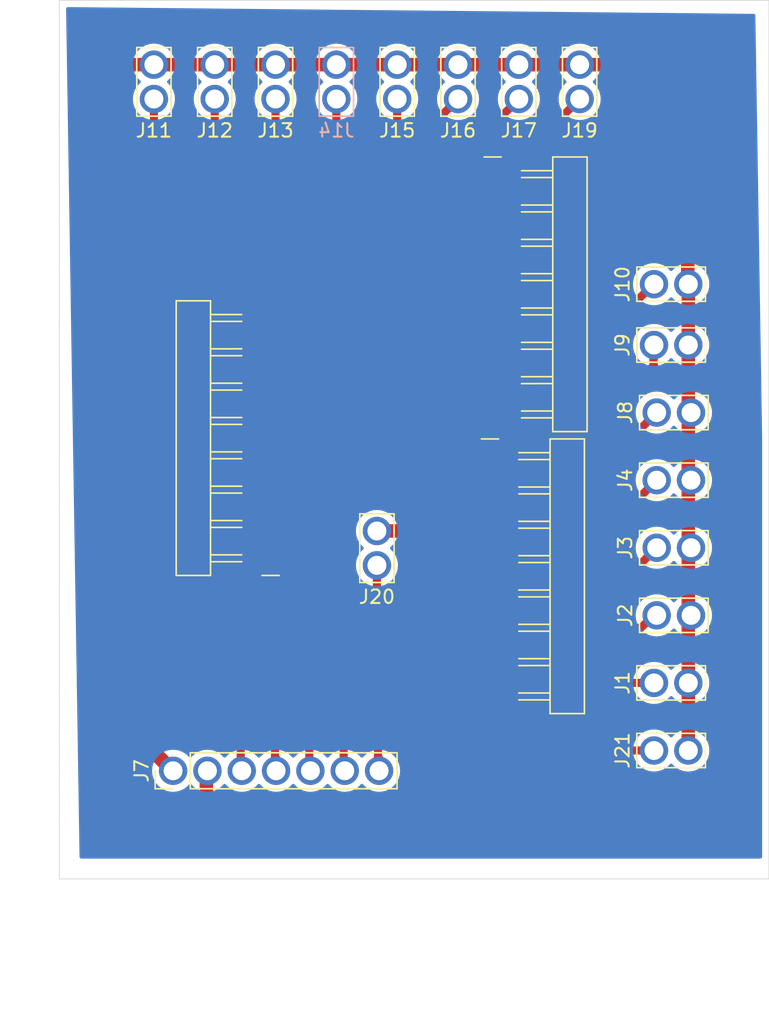
<source format=kicad_pcb>
(kicad_pcb
	(version 20240108)
	(generator "pcbnew")
	(generator_version "8.0")
	(general
		(thickness 1.6)
		(legacy_teardrops no)
	)
	(paper "A4")
	(layers
		(0 "F.Cu" signal)
		(31 "B.Cu" signal)
		(32 "B.Adhes" user "B.Adhesive")
		(33 "F.Adhes" user "F.Adhesive")
		(34 "B.Paste" user)
		(35 "F.Paste" user)
		(36 "B.SilkS" user "B.Silkscreen")
		(37 "F.SilkS" user "F.Silkscreen")
		(38 "B.Mask" user)
		(39 "F.Mask" user)
		(40 "Dwgs.User" user "User.Drawings")
		(41 "Cmts.User" user "User.Comments")
		(42 "Eco1.User" user "User.Eco1")
		(43 "Eco2.User" user "User.Eco2")
		(44 "Edge.Cuts" user)
		(45 "Margin" user)
		(46 "B.CrtYd" user "B.Courtyard")
		(47 "F.CrtYd" user "F.Courtyard")
		(48 "B.Fab" user)
		(49 "F.Fab" user)
		(50 "User.1" user)
		(51 "User.2" user)
		(52 "User.3" user)
		(53 "User.4" user)
		(54 "User.5" user)
		(55 "User.6" user)
		(56 "User.7" user)
		(57 "User.8" user)
		(58 "User.9" user)
	)
	(setup
		(pad_to_mask_clearance 0)
		(allow_soldermask_bridges_in_footprints no)
		(pcbplotparams
			(layerselection 0x00010fc_ffffffff)
			(plot_on_all_layers_selection 0x0000000_00000000)
			(disableapertmacros no)
			(usegerberextensions no)
			(usegerberattributes yes)
			(usegerberadvancedattributes yes)
			(creategerberjobfile yes)
			(dashed_line_dash_ratio 12.000000)
			(dashed_line_gap_ratio 3.000000)
			(svgprecision 4)
			(plotframeref no)
			(viasonmask no)
			(mode 1)
			(useauxorigin no)
			(hpglpennumber 1)
			(hpglpenspeed 20)
			(hpglpendiameter 15.000000)
			(pdf_front_fp_property_popups yes)
			(pdf_back_fp_property_popups yes)
			(dxfpolygonmode yes)
			(dxfimperialunits yes)
			(dxfusepcbnewfont yes)
			(psnegative no)
			(psa4output no)
			(plotreference yes)
			(plotvalue yes)
			(plotfptext yes)
			(plotinvisibletext no)
			(sketchpadsonfab no)
			(subtractmaskfromsilk no)
			(outputformat 1)
			(mirror no)
			(drillshape 1)
			(scaleselection 1)
			(outputdirectory "")
		)
	)
	(net 0 "")
	(net 1 "PWR_GND")
	(net 2 "Line3")
	(net 3 "Line1")
	(net 4 "Line4")
	(net 5 "Line2")
	(net 6 "Line6")
	(net 7 "Line8")
	(net 8 "Line5")
	(net 9 "Line7")
	(net 10 "Line12")
	(net 11 "Line9")
	(net 12 "Line11")
	(net 13 "Line10")
	(net 14 "Line14")
	(net 15 "Line16")
	(net 16 "Line13")
	(net 17 "Line15")
	(net 18 "DPIO_04")
	(net 19 "DPIO_03")
	(net 20 "DPIO_01")
	(net 21 "DPIO_02")
	(net 22 "ADC")
	(net 23 "PWR_3V3")
	(footprint "fab:PinHeader_01x02_P2.54mm_Vertical_THT_D1.4mm" (layer "F.Cu") (at 172.2 81 90))
	(footprint "fab:PinHeader_01x02_P2.54mm_Vertical_THT_D1.4mm" (layer "F.Cu") (at 172.2 91 90))
	(footprint "fab:PinHeader_01x02_P2.54mm_Vertical_THT_D1.4mm" (layer "F.Cu") (at 172 96 90))
	(footprint "fab:PinHeader_01x02_P2.54mm_Vertical_THT_D1.4mm" (layer "F.Cu") (at 166.5 52.8 180))
	(footprint "fab:PinHeader_01x07_P2.54mm_Vertical_THT_D1.4mm" (layer "F.Cu") (at 136.42 102.5 90))
	(footprint "fab:PinHeader_01x02_P2.54mm_Vertical_THT_D1.4mm" (layer "F.Cu") (at 144 52.8 180))
	(footprint "fab:PinHeader_01x08_P2.54mm_Horizontal_SMD" (layer "F.Cu") (at 143 86.78 180))
	(footprint "fab:PinHeader_01x02_P2.54mm_Vertical_THT_D1.4mm" (layer "F.Cu") (at 139.5 52.8 180))
	(footprint "fab:PinHeader_01x02_P2.54mm_Vertical_THT_D1.4mm" (layer "F.Cu") (at 135 52.8 180))
	(footprint "fab:PinHeader_01x02_P2.54mm_Vertical_THT_D1.4mm" (layer "F.Cu") (at 162 52.8 180))
	(footprint "fab:PinHeader_01x02_P2.54mm_Vertical_THT_D1.4mm" (layer "F.Cu") (at 153 52.8 180))
	(footprint "fab:PinHeader_01x02_P2.54mm_Vertical_THT_D1.4mm" (layer "F.Cu") (at 157.5 52.8 180))
	(footprint "fab:PinHeader_01x08_P2.54mm_Horizontal_SMD" (layer "F.Cu") (at 160.5 79.22))
	(footprint "fab:PinHeader_01x02_P2.54mm_Vertical_THT_D1.4mm" (layer "F.Cu") (at 172 101 90))
	(footprint "fab:PinHeader_01x02_P2.54mm_Vertical_THT_D1.4mm" (layer "F.Cu") (at 172.2 86 90))
	(footprint "fab:PinHeader_01x02_P2.54mm_Vertical_THT_D1.4mm" (layer "F.Cu") (at 172 71 90))
	(footprint "fab:PinHeader_01x02_P2.54mm_Vertical_THT_D1.4mm" (layer "F.Cu") (at 172 66.5 90))
	(footprint "fab:PinHeader_01x02_P2.54mm_Vertical_THT_D1.4mm" (layer "F.Cu") (at 151.5 87.3 180))
	(footprint "fab:PinHeader_01x08_P2.54mm_Horizontal_SMD" (layer "F.Cu") (at 160.7 58.3575))
	(footprint "fab:PinHeader_01x02_P2.54mm_Vertical_THT_D1.4mm" (layer "F.Cu") (at 172.2 76 90))
	(footprint "fab:PinHeader_01x02_P2.54mm_Vertical_THT_D1.4mm" (layer "B.Cu") (at 148.5 52.8))
	(gr_rect
		(start 128 45.5)
		(end 180.5 110.5)
		(stroke
			(width 0.05)
			(type default)
		)
		(fill none)
		(layer "Edge.Cuts")
		(uuid "32d81b51-cf24-446d-8862-dffcbd330321")
	)
	(segment
		(start 135.25 101.33)
		(end 135.17 101.33)
		(width 1)
		(layer "F.Cu")
		(net 1)
		(uuid "04201c97-c7bc-4f5f-92f7-c373b7e1c260")
	)
	(segment
		(start 138.5 71.855)
		(end 138.5 70.5)
		(width 1)
		(layer "F.Cu")
		(net 1)
		(uuid "24fcf9de-3c5e-43df-b7ac-2362156b5b5d")
	)
	(segment
		(start 138.5 70.5)
		(end 140 69)
		(width 1)
		(layer "F.Cu")
		(net 1)
		(uuid "3bdf08ac-fdbd-4aaf-9cde-bb9baf5b36c1")
	)
	(segment
		(start 133 99.16)
		(end 135.17 101.33)
		(width 1)
		(layer "F.Cu")
		(net 1)
		(uuid "69adc712-284d-4928-800c-cc70461b90c2")
	)
	(segment
		(start 174.5 54.5)
		(end 174.5 66.5)
		(width 1)
		(layer "F.Cu")
		(net 1)
		(uuid "76d79205-6cab-47b4-873e-edd60df50c98")
	)
	(segment
		(start 132.74 50.26)
		(end 131.5 51.5)
		(width 1)
		(layer "F.Cu")
		(net 1)
		(uuid "a24966b8-fb23-4c5f-9e61-23ab92c098af")
	)
	(segment
		(start 140.75 74.105)
		(end 138.5 71.855)
		(width 1)
		(layer "F.Cu")
		(net 1)
		(uuid "a4f6e76f-2d11-4ba7-ad28-8f8ad4915583")
	)
	(segment
		(start 170.26 50.26)
		(end 174.5 54.5)
		(width 1)
		(layer "F.Cu")
		(net 1)
		(uuid "a5e5ec41-d7e4-4e9d-ab3e-1f829b4b52be")
	)
	(segment
		(start 136.42 102.5)
		(end 135.25 101.33)
		(width 1)
		(layer "F.Cu")
		(net 1)
		(uuid "bbab9705-a757-4fde-88f0-9e2438196933")
	)
	(segment
		(start 133 76)
		(end 133 99.16)
		(width 1)
		(layer "F.Cu")
		(net 1)
		(uuid "bfebc46e-eac3-46b3-82e7-c09329ca3af3")
	)
	(segment
		(start 135.17 101.33)
		(end 136.34 102.5)
		(width 1)
		(layer "F.Cu")
		(net 1)
		(uuid "c44e8738-532f-431c-b123-42b995e2bde7")
	)
	(segment
		(start 174.54 66.5)
		(end 174.54 101)
		(width 1)
		(layer "F.Cu")
		(net 1)
		(uuid "c76537b1-5e4c-4312-93fe-3f294e0369a9")
	)
	(segment
		(start 131.5 51.5)
		(end 131.5 74.5)
		(width 1)
		(layer "F.Cu")
		(net 1)
		(uuid "d4dffc23-5239-4f26-8240-789f30e16cac")
	)
	(segment
		(start 131.5 74.5)
		(end 133 76)
		(width 1)
		(layer "F.Cu")
		(net 1)
		(uuid "db983501-153e-4ce8-9cee-6a1989818a87")
	)
	(segment
		(start 140 69)
		(end 133 76)
		(width 1)
		(layer "F.Cu")
		(net 1)
		(uuid "e02baab1-8c27-48e5-b02e-21341825cf1d")
	)
	(segment
		(start 143.375 74.105)
		(end 140.75 74.105)
		(width 1)
		(layer "F.Cu")
		(net 1)
		(uuid "e8c3a82d-7c68-43c8-91c2-1bd43adb8e4e")
	)
	(segment
		(start 140 69)
		(end 143.375 69)
		(width 1)
		(layer "F.Cu")
		(net 1)
		(uuid "e8d6364c-6672-4fc3-827e-7587ac5e9f13")
	)
	(segment
		(start 135 50.26)
		(end 132.74 50.26)
		(width 1)
		(layer "F.Cu")
		(net 1)
		(uuid "ea4a2cbd-36bb-4527-9ee8-291180e38dfc")
	)
	(segment
		(start 135 50.26)
		(end 170.26 50.26)
		(width 1)
		(layer "F.Cu")
		(net 1)
		(uuid "ff201757-b51b-46b9-89c0-4da16237a5d7")
	)
	(segment
		(start 171.04 91.92)
		(end 160.5 91.92)
		(width 0.6)
		(layer "F.Cu")
		(net 2)
		(uuid "0f2cf84d-8900-4612-acbe-49984e3b7833")
	)
	(segment
		(start 171.96 91)
		(end 171.04 91.92)
		(width 0.6)
		(layer "F.Cu")
		(net 2)
		(uuid "d533b040-f207-429e-a449-03e9b764bbe7")
	)
	(segment
		(start 172.2 91)
		(end 171.96 91)
		(width 0.6)
		(layer "F.Cu")
		(net 2)
		(uuid "f1a4f841-9404-499f-bfc3-f288e2d01bf2")
	)
	(segment
		(start 172 101)
		(end 164.5 101)
		(width 0.6)
		(layer "F.Cu")
		(net 3)
		(uuid "5a569849-e033-414a-8a3d-f884eeffed73")
	)
	(segment
		(start 164.5 101)
		(end 160.5 97)
		(width 0.6)
		(layer "F.Cu")
		(net 3)
		(uuid "83919025-4b27-49aa-9da9-13d4bb69449b")
	)
	(segment
		(start 168.82 89.38)
		(end 160.5 89.38)
		(width 0.6)
		(layer "F.Cu")
		(net 4)
		(uuid "bf5e52cb-0092-4f76-8c06-ea4f49bcff25")
	)
	(segment
		(start 172.2 86)
		(end 168.82 89.38)
		(width 0.6)
		(layer "F.Cu")
		(net 4)
		(uuid "d1b6f8ed-48fb-4fcd-bdd7-01bb58f03704")
	)
	(segment
		(start 172 96)
		(end 163.5 96)
		(width 0.6)
		(layer "F.Cu")
		(net 5)
		(uuid "daef74cd-d9df-4b9e-b752-97a2b2114992")
	)
	(segment
		(start 161.96 94.46)
		(end 160.5 94.46)
		(width 0.6)
		(layer "F.Cu")
		(net 5)
		(uuid "dd3dca85-c30a-43a6-9a1d-6dd7d72779ae")
	)
	(segment
		(start 163.5 96)
		(end 161.96 94.46)
		(width 0.6)
		(layer "F.Cu")
		(net 5)
		(uuid "e599e686-6613-40db-bbfa-832cbf1cff26")
	)
	(segment
		(start 172.2 76)
		(end 163.9 84.3)
		(width 0.6)
		(layer "F.Cu")
		(net 6)
		(uuid "4ece667e-0b3f-434a-92c6-236171c21ef2")
	)
	(segment
		(start 163.9 84.3)
		(end 160.5 84.3)
		(width 0.6)
		(layer "F.Cu")
		(net 6)
		(uuid "d90130b1-51fd-4252-92f0-94cbd84ffd89")
	)
	(segment
		(start 171.96 66.5)
		(end 165.5 72.96)
		(width 0.6)
		(layer "F.Cu")
		(net 7)
		(uuid "1fe7af80-c499-4c15-b3d5-5b7195d44222")
	)
	(segment
		(start 165.5 72.96)
		(end 165.5 75.5)
		(width 0.6)
		(layer "F.Cu")
		(net 7)
		(uuid "52da21a8-54dd-479c-a9ab-cf16260ac51e")
	)
	(segment
		(start 161.78 79.22)
		(end 160.125 79.22)
		(width 0.6)
		(layer "F.Cu")
		(net 7)
		(uuid "87cc474d-e592-4149-bb84-15d6c849bb9e")
	)
	(segment
		(start 160.5 79.22)
		(end 160.9 79.22)
		(width 0.6)
		(layer "F.Cu")
		(net 7)
		(uuid "92c4ee83-b054-4f66-b524-8d6682225e1a")
	)
	(segment
		(start 172 66.5)
		(end 171.96 66.5)
		(width 0.6)
		(layer "F.Cu")
		(net 7)
		(uuid "bbb7a4db-2c86-43a2-927f-e42326cb19de")
	)
	(segment
		(start 165.5 75.5)
		(end 161.78 79.22)
		(width 0.6)
		(layer "F.Cu")
		(net 7)
		(uuid "fb1c0272-7732-49f1-87e0-808e5dcb7894")
	)
	(segment
		(start 166.36 86.84)
		(end 160.5 86.84)
		(width 0.6)
		(layer "F.Cu")
		(net 8)
		(uuid "4bf865d4-e4e8-4c88-82a5-46da05248183")
	)
	(segment
		(start 172.2 81)
		(end 166.36 86.84)
		(width 0.6)
		(layer "F.Cu")
		(net 8)
		(uuid "c035542f-ad60-43d9-8e47-98af70f068e7")
	)
	(segment
		(start 162.74 81.76)
		(end 172 72.5)
		(width 0.6)
		(layer "F.Cu")
		(net 9)
		(uuid "264516a4-aeb7-4e00-aca3-e2ddce7277e1")
	)
	(segment
		(start 172 71.96)
		(end 171.96 72)
		(width 0.6)
		(layer "F.Cu")
		(net 9)
		(uuid "44933ef2-ea55-4be1-87db-32e8fcbdf2e8")
	)
	(segment
		(start 160.5 81.76)
		(end 162.74 81.76)
		(width 0.6)
		(layer "F.Cu")
		(net 9)
		(uuid "4de48700-b10b-4a6a-b8a3-aaf9285d96db")
	)
	(segment
		(start 171.96 72.46)
		(end 172 72.5)
		(width 0.6)
		(layer "F.Cu")
		(net 9)
		(uuid "57be16c7-c06c-4845-873f-57e15dd85ac5")
	)
	(segment
		(start 172 71)
		(end 172 71.96)
		(width 0.6)
		(layer "F.Cu")
		(net 9)
		(uuid "7f7dbec6-2c3a-4c76-a0ea-116c2e64b721")
	)
	(segment
		(start 171.96 71)
		(end 171.96 72)
		(width 0.6)
		(layer "F.Cu")
		(net 9)
		(uuid "ca3d5f7b-d020-496f-8df9-bc2a16859281")
	)
	(segment
		(start 171.96 72)
		(end 171.96 72.46)
		(width 0.6)
		(layer "F.Cu")
		(net 9)
		(uuid "d0ea5560-82b7-49cb-94fa-a7f69596edad")
	)
	(segment
		(start 152.5 63.5)
		(end 157.5125 68.5125)
		(width 0.6)
		(layer "F.Cu")
		(net 10)
		(uuid "20a54960-8515-4ad6-93be-bd297ec90738")
	)
	(segment
		(start 148.5 52.8)
		(end 148.5 57.5)
		(width 0.6)
		(layer "F.Cu")
		(net 10)
		(uuid "240b5b31-6016-4203-8b73-cabce044b099")
	)
	(segment
		(start 157.5125 68.5125)
		(end 160.325 68.5125)
		(width 0.6)
		(layer "F.Cu")
		(net 10)
		(uuid "902076aa-c6af-4cb4-a780-ff85963dc83e")
	)
	(segment
		(start 152.5 61.5)
		(end 152.5 63.5)
		(width 0.6)
		(layer "F.Cu")
		(net 10)
		(uuid "cafe593f-9ab3-4026-b673-8e03ce2787e6")
	)
	(segment
		(start 148.5 57.5)
		(end 152.5 61.5)
		(width 0.6)
		(layer "F.Cu")
		(net 10)
		(uuid "cb28fc66-035b-4996-b5c5-41f5a47bfd0c")
	)
	(segment
		(start 142 65)
		(end 146 65)
		(width 0.6)
		(layer "F.Cu")
		(net 11)
		(uuid "04bf86e3-9cb5-4da9-937c-411b2a7192a0")
	)
	(segment
		(start 146 65)
		(end 146.5 65.5)
		(width 0.6)
		(layer "F.Cu")
		(net 11)
		(uuid "491554d5-5d8f-442e-b21f-9357f8d4cbb4")
	)
	(segment
		(start 135 58)
		(end 142 65)
		(width 0.6)
		(layer "F.Cu")
		(net 11)
		(uuid "724f1fe8-0e25-402b-9902-bde764d40421")
	)
	(segment
		(start 154.1375 76.1375)
		(end 160.325 76.1375)
		(width 0.6)
		(layer "F.Cu")
		(net 11)
		(uuid "8723cc8d-22c9-4575-acc6-cbd40c36ce52")
	)
	(segment
		(start 146.5 65.5)
		(end 146.5 68.5)
		(width 0.6)
		(layer "F.Cu")
		(net 11)
		(uuid "9c435806-f71d-4250-b48a-2ee7645ebdac")
	)
	(segment
		(start 135 52.8)
		(end 135 58)
		(width 0.6)
		(layer "F.Cu")
		(net 11)
		(uuid "caecb23d-f3a8-4b2d-b768-b2870f964c99")
	)
	(segment
		(start 146.5 68.5)
		(end 154.1375 76.1375)
		(width 0.6)
		(layer "F.Cu")
		(net 11)
		(uuid "f885ae45-0613-49cb-94ab-87ffd433973c")
	)
	(segment
		(start 144 52.8)
		(end 144 58)
		(width 0.6)
		(layer "F.Cu")
		(net 12)
		(uuid "03f78644-92f5-48a3-bb83-dcfbd5589792")
	)
	(segment
		(start 147.5 61)
		(end 148 60.5)
		(width 0.6)
		(layer "F.Cu")
		(net 12)
		(uuid "1295cfee-0db2-4a2d-8368-0cb0bcc3fb56")
	)
	(segment
		(start 148 60.5)
		(end 149 60.5)
		(width 0.6)
		(layer "F.Cu")
		(net 12)
		(uuid "5a9e8c57-16fc-4599-b25f-e89f03810e9c")
	)
	(segment
		(start 150 61.5)
		(end 150 65.5)
		(width 0.6)
		(layer "F.Cu")
		(net 12)
		(uuid "ad122118-beba-45d0-a0a1-3e4f618bc626")
	)
	(segment
		(start 149 60.5)
		(end 150 61.5)
		(width 0.6)
		(layer "F.Cu")
		(net 12)
		(uuid "af5a8088-a071-4573-b31f-7a07aebc74c1")
	)
	(segment
		(start 144 58)
		(end 147 61)
		(width 0.6)
		(layer "F.Cu")
		(net 12)
		(uuid "c398e968-08f4-41d6-a295-acd95013563b")
	)
	(segment
		(start 147 61)
		(end 147.5 61)
		(width 0.6)
		(layer "F.Cu")
		(net 12)
		(uuid "cf55f2ff-68bb-4d21-8fee-13a8b825a465")
	)
	(segment
		(start 150 65.5)
		(end 155.5325 71.0325)
		(width 0.6)
		(layer "F.Cu")
		(net 12)
		(uuid "d8846685-3359-4d6e-80a4-1b34abaf0728")
	)
	(segment
		(start 155.5325 71.0325)
		(end 160.325 71.0325)
		(width 0.6)
		(layer "F.Cu")
		(net 12)
		(uuid "dd0a2771-0278-4560-a835-06133a372a6a")
	)
	(segment
		(start 139.5 59)
		(end 143.5 63)
		(width 0.6)
		(layer "F.Cu")
		(net 13)
		(uuid "0a524da6-7b63-4ada-b3c7-2654494dfdf7")
	)
	(segment
		(start 139.5 52.8)
		(end 139.5 59)
		(width 0.6)
		(layer "F.Cu")
		(net 13)
		(uuid "0c1355a0-3269-44fa-bba0-1d29eca935c6")
	)
	(segment
		(start 148 63)
		(end 148 67.5)
		(width 0.6)
		(layer "F.Cu")
		(net 13)
		(uuid "1a537cb9-478e-4608-9389-c998ab5f10e4")
	)
	(segment
		(start 143.5 63)
		(end 148 63)
		(width 0.6)
		(layer "F.Cu")
		(net 13)
		(uuid "201da4da-cc70-4195-b96d-3d02e2a981e6")
	)
	(segment
		(start 154.5525 73.5525)
		(end 160.325 73.5525)
		(width 0.6)
		(layer "F.Cu")
		(net 13)
		(uuid "47fbc15d-c1a4-428a-8ba7-d10ea88771a1")
	)
	(segment
		(start 148 67.5)
		(end 148.5 67.5)
		(width 0.6)
		(layer "F.Cu")
		(net 13)
		(uuid "98b10959-0c49-4e11-a735-81aa2b6a1675")
	)
	(segment
		(start 148.5 67.5)
		(end 154.5525 73.5525)
		(width 0.6)
		(layer "F.Cu")
		(net 13)
		(uuid "ab7d4a2b-85e8-4928-aa87-39ed3982f636")
	)
	(segment
		(start 156 61.3375)
		(end 158.1 63.4375)
		(width 0.6)
		(layer "F.Cu")
		(net 14)
		(uuid "088f3457-bd4f-4d34-8f32-dea33b681e9c")
	)
	(segment
		(start 157.5 52.8)
		(end 156 54.3)
		(width 0.6)
		(layer "F.Cu")
		(net 14)
		(uuid "3444be90-4219-433b-bf71-a5f58b23f34c")
	)
	(segment
		(start 156 54.3)
		(end 156 61.3375)
		(width 0.6)
		(layer "F.Cu")
		(net 14)
		(uuid "3e4823a7-593c-4fa9-a59e-8f855a022775")
	)
	(segment
		(start 158.1 63.4375)
		(end 160.325 63.4375)
		(width 0.6)
		(layer "F.Cu")
		(net 14)
		(uuid "cf59185a-98ff-4926-8383-26c63165efb4")
	)
	(segment
		(start 166.5 52.8)
		(end 160.8675 58.4325)
		(width 0.6)
		(layer "F.Cu")
		(net 15)
		(uuid "c7fd783d-4f60-493d-ac99-834a1c57515b")
	)
	(segment
		(start 160.8675 58.4325)
		(end 160.325 58.4325)
		(width 0.6)
		(layer "F.Cu")
		(net 15)
		(uuid "ea73b126-4835-404a-aa7a-a6dda7b5625b")
	)
	(segment
		(start 158.1 65.9775)
		(end 160.325 65.9775)
		(width 0.6)
		(layer "F.Cu")
		(net 16)
		(uuid "165f37b6-af06-428b-babc-9a0030356b7c")
	)
	(segment
		(start 153 52.8)
		(end 153 58)
		(width 0.6)
		(layer "F.Cu")
		(net 16)
		(uuid "5aff74e4-939a-4e27-ba06-a6686e4a7933")
	)
	(segment
		(start 154.5 62.3775)
		(end 158.1 65.9775)
		(width 0.6)
		(layer "F.Cu")
		(net 16)
		(uuid "6a08be4b-e17a-4d7c-bd5a-37dc692c4448")
	)
	(segment
		(start 154.5 59.5)
		(end 154.5 62.3775)
		(width 0.6)
		(layer "F.Cu")
		(net 16)
		(uuid "88771be9-6174-417c-ac54-7b2c3ae47b44")
	)
	(segment
		(start 153 58)
		(end 154.5 59.5)
		(width 0.6)
		(layer "F.Cu")
		(net 16)
		(uuid "e2e34c29-8e6e-4535-95b1-218acc87bccb")
	)
	(segment
		(start 157.5 60)
		(end 158 60.5)
		(width 0.6)
		(layer "F.Cu")
		(net 17)
		(uuid "4d7a19ee-8f11-46d8-8c29-069952ab1124")
	)
	(segment
		(start 162 52.8)
		(end 157.5 57.3)
		(width 0.6)
		(layer "F.Cu")
		(net 17)
		(uuid "81ac2329-2a55-4ee6-9942-5fc76c0cf8cb")
	)
	(segment
		(start 157.5 57.3)
		(end 157.5 60)
		(width 0.6)
		(layer "F.Cu")
		(net 17)
		(uuid "9a11463b-7118-4b38-9f56-f434c2ab376a")
	)
	(segment
		(start 158 60.5)
		(end 159.8725 60.5)
		(width 0.6)
		(layer "F.Cu")
		(net 17)
		(uuid "aab43fdb-f479-4dbd-ad30-a1eec128912c")
	)
	(segment
		(start 159.8725 60.5)
		(end 160.325 60.9525)
		(width 0.6)
		(layer "F.Cu")
		(net 17)
		(uuid "d13c99b2-f5a9-4a4d-b49e-24300941156c")
	)
	(segment
		(start 140.5 84.835)
		(end 140.5 89.5)
		(width 0.6)
		(layer "F.Cu")
		(net 18)
		(uuid "008ec87b-59e4-40c5-8a0f-8522c528631d")
	)
	(segment
		(start 149 94.5)
		(end 149 95.5)
		(width 0.6)
		(layer "F.Cu")
		(net 18)
		(uuid "0bac29c9-9c85-4495-b0ac-174e56cfdbd9")
	)
	(segment
		(start 141.15 84.185)
		(end 140.5 84.835)
		(width 0.6)
		(layer "F.Cu")
		(net 18)
		(uuid "14b8bba8-0a10-4bce-8564-c54f21134a72")
	)
	(segment
		(start 149.12 102.08)
		(end 149.04 102)
		(width 0.6)
		(layer "F.Cu")
		(net 18)
		(uuid "33755a5b-4c0d-40ed-957b-05f8c0a0716f")
	)
	(segment
		(start 143.375 84.185)
		(end 141.15 84.185)
		(width 0.6)
		(layer "F.Cu")
		(net 18)
		(uuid "48f77f6c-c4ad-4c32-bcff-710113442e41")
	)
	(segment
		(start 149 95.5)
		(end 149.04 95.54)
		(width 0.6)
		(layer "F.Cu")
		(net 18)
		(uuid "65062df6-6827-49ac-8c59-ea587efb4bd0")
	)
	(segment
		(start 145 90.5)
		(end 149 94.5)
		(width 0.6)
		(layer "F.Cu")
		(net 18)
		(uuid "84ed81af-4377-47f9-8bea-76aa9ff3b4f6")
	)
	(segment
		(start 149.12 102.5)
		(end 149.12 102.08)
		(width 0.6)
		(layer "F.Cu")
		(net 18)
		(uuid "9cf18670-5f1a-4ce5-bc28-511d853f43c2")
	)
	(segment
		(start 149.04 95.54)
		(end 149.04 102)
		(width 0.6)
		(layer "F.Cu")
		(net 18)
		(uuid "abcd29d6-4e70-4194-9131-648267dfdc33")
	)
	(segment
		(start 140.5 89.5)
		(end 141.5 90.5)
		(width 0.6)
		(layer "F.Cu")
		(net 18)
		(uuid "c3bfbccb-2f56-47dd-abb4-5d727d33360e")
	)
	(segment
		(start 149.04 102)
		(end 149.04 102.5)
		(width 0.6)
		(layer "F.Cu")
		(net 18)
		(uuid "f251adda-53c0-41b3-99fe-476635c98f53")
	)
	(segment
		(start 141.5 90.5)
		(end 145 90.5)
		(width 0.6)
		(layer "F.Cu")
		(net 18)
		(uuid "ff4b7062-c7f3-47a6-83d5-5a06475c073c")
	)
	(segment
		(start 139 90.5)
		(end 141 92.5)
		(width 0.6)
		(layer "F.Cu")
		(net 19)
		(uuid "075af30a-4cc5-442a-8745-3ed86a6438e0")
	)
	(segment
		(start 144.5 92.5)
		(end 146.5 94.5)
		(width 0.6)
		(layer "F.Cu")
		(net 19)
		(uuid "50e5a048-5d5f-4e47-ad55-454c96ac2043")
	)
	(segment
		(start 146.58 102.5)
		(end 146.58 102.08)
		(width 0.6)
		(layer "F.Cu")
		(net 19)
		(uuid "542e0a9f-8aac-4084-aa5e-d7eea01acb7f")
	)
	(segment
		(start 143.375 81.7)
		(end 141.15 81.7)
		(width 0.6)
		(layer "F.Cu")
		(net 19)
		(uuid "7b29a7cf-72cd-4b3b-be66-dda7f56dc6ac")
	)
	(segment
		(start 146.5 94.5)
		(end 146.5 102)
		(width 0.6)
		(layer "F.Cu")
		(net 19)
		(uuid "943a997e-e07a-44f7-aec6-8089ff2339ea")
	)
	(segment
		(start 139 83.85)
		(end 139 90.5)
		(width 0.6)
		(layer "F.Cu")
		(net 19)
		(uuid "ae8ef927-68a9-4e98-98ff-f2a0acdd14c1")
	)
	(segment
		(start 141.15 81.7)
		(end 139 83.85)
		(width 0.6)
		(layer "F.Cu")
		(net 19)
		(uuid "afe4e266-967e-477e-88e7-c980f232e6e9")
	)
	(segment
		(start 141 92.5)
		(end 144.5 92.5)
		(width 0.6)
		(layer "F.Cu")
		(net 19)
		(uuid "cbe94adc-119b-476c-b224-124421d01bcf")
	)
	(segment
		(start 146.5 102)
		(end 146.5 102.5)
		(width 0.6)
		(layer "F.Cu")
		(net 19)
		(uuid "d4b49ae2-e0f4-4baa-a50c-37b017cf7d44")
	)
	(segment
		(start 146.58 102.08)
		(end 146.5 102)
		(width 0.6)
		(layer "F.Cu")
		(net 19)
		(uuid "d4f6a3ea-6556-4a79-b913-0d6d224c3eb7")
	)
	(segment
		(start 135.5 93)
		(end 141.42 98.92)
		(width 0.6)
		(layer "F.Cu")
		(net 20)
		(uuid "2212795c-316e-46e3-aea2-f331c6014ced")
	)
	(segment
		(start 141.42 98.92)
		(end 141.42 101.5)
		(width 0.6)
		(layer "F.Cu")
		(net 20)
		(uuid "25404696-64f5-4eb7-8da8-c120e048d363")
	)
	(segment
		(start 141.42 102.42)
		(end 141.42 101.5)
		(width 0.6)
		(layer "F.Cu")
		(net 20)
		(uuid "88dac2d6-d0da-406c-8cd0-72b78a306a8d")
	)
	(segment
		(start 141.5 102.5)
		(end 141.42 102.42)
		(width 0.6)
		(layer "F.Cu")
		(net 20)
		(uuid "cdc72f27-9b87-4073-8ff1-168491f640b5")
	)
	(segment
		(start 141.42 101.5)
		(end 141.42 102.5)
		(width 0.6)
		(layer "F.Cu")
		(net 20)
		(uuid "ea3072b8-3c0e-43fb-aa33-ed9f11580c56")
	)
	(segment
		(start 143.375 76.62)
		(end 140.88 76.62)
		(width 0.6)
		(layer "F.Cu")
		(net 20)
		(uuid "ee3d9c4f-adb2-4182-8a43-65372b863749")
	)
	(segment
		(start 140.88 76.62)
		(end 135.5 82)
		(width 0.6)
		(layer "F.Cu")
		(net 20)
		(uuid "ef87f74c-c165-442a-bab7-49b9fb4788fa")
	)
	(segment
		(start 135.5 82)
		(end 135.5 93)
		(width 0.6)
		(layer "F.Cu")
		(net 20)
		(uuid "fceb942c-46c5-45bd-8f32-061fa7ecb997")
	)
	(segment
		(start 144.04 102.5)
		(end 144.04 101.58)
		(width 0.6)
		(layer "F.Cu")
		(net 21)
		(uuid "05c17c8b-72e5-4713-acd2-a67de5941948")
	)
	(segment
		(start 144.04 101.58)
		(end 143.96 101.5)
		(width 0.6)
		(layer "F.Cu")
		(net 21)
		(uuid "072bc0b4-ecc6-4dc8-a3f4-358803f88357")
	)
	(segment
		(start 143 94.5)
		(end 143.5 95)
		(width 0.6)
		(layer "F.Cu")
		(net 21)
		(uuid "29810f4e-0593-4023-9d34-0c1279d880bc")
	)
	(segment
		(start 139.5 94.5)
		(end 143 94.5)
		(width 0.6)
		(layer "F.Cu")
		(net 21)
		(uuid "2cb49508-4267-438c-8ff3-e6532267c6a7")
	)
	(segment
		(start 144 96)
		(end 144 97)
		(width 0.6)
		(layer "F.Cu")
		(net 21)
		(uuid "42c1eb4b-be06-49be-8efc-aa28c018b2df")
	)
	(segment
		(start 143.96 97.04)
		(end 143.96 101.5)
		(width 0.6)
		(layer "F.Cu")
		(net 21)
		(uuid "441f43cb-b41b-4fb2-b7a9-8353488afed0")
	)
	(segment
		(start 141.34 79.16)
		(end 137 83.5)
		(width 0.6)
		(layer "F.Cu")
		(net 21)
		(uuid "6a7eff2d-fa97-4a3e-a068-c16423b2e80b")
	)
	(segment
		(start 144 97)
		(end 143.96 97.04)
		(width 0.6)
		(layer "F.Cu")
		(net 21)
		(uuid "6b7cdaa9-06b9-4cd6-b010-7e638ceba3bb")
	)
	(segment
		(start 143.375 79.16)
		(end 141.34 79.16)
		(width 0.6)
		(layer "F.Cu")
		(net 21)
		(uuid "9a4f3d62-2aec-44aa-8191-48568e25c33d")
	)
	(segment
		(start 143.96 101.5)
		(end 143.96 102.5)
		(width 0.6)
		(layer "F.Cu")
		(net 21)
		(uuid "a1c4d343-e333-4bcc-bf6a-45c77f99643c")
	)
	(segment
		(start 137 83.5)
		(end 137 92)
		(width 0.6)
		(layer "F.Cu")
		(net 21)
		(uuid "a22dd357-1649-4458-ab2f-d6dd14706001")
	)
	(segment
		(start 137 92)
		(end 139.5 94.5)
		(width 0.6)
		(layer "F.Cu")
		(net 21)
		(uuid "d1ca7621-2f17-40b9-bd51-4a8601294c11")
	)
	(segment
		(start 143.5 95)
		(end 143.5 95.5)
		(width 0.6)
		(layer "F.Cu")
		(net 21)
		(uuid "daaa544a-9d3a-45df-897f-43bf5219a10a")
	)
	(segment
		(start 143.5 95.5)
		(end 144 96)
		(width 0.6)
		(layer "F.Cu")
		(net 21)
		(uuid "f4e5019f-4ba0-42f5-918a-59523cfac8ef")
	)
	(segment
		(start 151.66 102.5)
		(end 151.66 101.58)
		(width 0.6)
		(layer "F.Cu")
		(net 22)
		(uuid "09c6fbf0-0544-4292-8b2e-3c6989d5380c")
	)
	(segment
		(start 151.5 87.3)
		(end 151.5 95.92)
		(width 0.6)
		(layer "F.Cu")
		(net 22)
		(uuid "0adb1bfa-db8f-4b33-b908-c1b4a836c8da")
	)
	(segment
		(start 145.595 89.015)
		(end 151.58 95)
		(width 0.6)
		(layer "F.Cu")
		(net 22)
		(uuid "1b8ec843-fd94-4e3c-be2b-bdd8a9d76988")
	)
	(segment
		(start 151.66 101.58)
		(end 151.58 101.5)
		(width 0.6)
		(layer "F.Cu")
		(net 22)
		(uuid "4f21fab8-ddae-4d0c-80a0-c8cd81ff292f")
	)
	(segment
		(start 151.58 102.5)
		(end 151.58 101.5)
		(width 0.6)
		(layer "F.Cu")
		(net 22)
		(uuid "8c3ff587-beb8-40d7-bb3d-d633d7046348")
	)
	(segment
		(start 145.595 89)
		(end 145.595 89.015)
		(width 0.6)
		(layer "F.Cu")
		(net 22)
		(uuid "a7bdc779-c145-4469-b1eb-80e0704d7f71")
	)
	(segment
		(start 151.5 95.92)
		(end 151.58 96)
		(width 0.6)
		(layer "F.Cu")
		(net 22)
		(uuid "ab44dab8-0cbd-462f-8bac-10b30b12f974")
	)
	(segment
		(start 151.58 96)
		(end 151.58 95)
		(width 0.6)
		(layer "F.Cu")
		(net 22)
		(uuid "bd61a453-23f6-4e8e-83c7-784d535b3d66")
	)
	(segment
		(start 143.375 86.78)
		(end 145.595 89)
		(width 0.6)
		(layer "F.Cu")
		(net 22)
		(uuid "c8384357-7185-499b-954b-7beb5ed7259f")
	)
	(segment
		(start 151.58 101.5)
		(end 151.58 96)
		(width 0.6)
		(layer "F.Cu")
		(net 22)
		(uuid "d9094a16-612f-48b2-987b-3f0ef6935cc1")
	)
	(segment
		(start 138.96 102.92)
		(end 138.88 103)
		(width 1)
		(layer "F.Cu")
		(net 23)
		(uuid "070ea419-abb2-494e-b77b-f3ed2ed4317b")
	)
	(segment
		(start 151.585 77.085)
		(end 155.5 81)
		(width 1)
		(layer "F.Cu")
		(net 23)
		(uuid "12f177ec-1e15-4dcc-bb84-7fa348b1eaef")
	)
	(segment
		(start 138.88 102.5)
		(end 138.88 103)
		(width 1)
		(layer "F.Cu")
		(net 23)
		(uuid "197718bb-e2de-4d40-aa3d-e5e717e39221")
	)
	(segment
		(start 138.96 102.5)
		(end 138.96 102.92)
		(width 1)
		(layer "F.Cu")
		(net 23)
		(uuid "39e2724e-7db9-4183-a819-42104fd2b913")
	)
	(segment
		(start 151.5 84.76)
		(end 155.24 84.76)
		(width 1)
		(layer "F.Cu")
		(net 23)
		(uuid "50cf44bc-93af-4cd8-b52c-f7dfc872f626")
	)
	(segment
		(start 151.5 77.085)
		(end 151.585 77.085)
		(width 1)
		(layer "F.Cu")
		(net 23)
		(uuid "5bef07d2-bdaf-4045-bbe1-6db34e657bd7")
	)
	(segment
		(start 138.88 103)
		(end 138.88 104.88)
		(width 1)
		(layer "F.Cu")
		(net 23)
		(uuid "8ae5fb24-5e49-4f70-a098-ef237577fbc0")
	)
	(segment
		(start 140.5 106.5)
		(end 155.5 106.5)
		(width 1)
		(layer "F.Cu")
		(net 23)
		(uuid "9f510a46-a2af-4268-be3e-fd5f87230c3a")
	)
	(segment
		(start 155.24 84.76)
		(end 155.5 84.5)
		(width 1)
		(layer "F.Cu")
		(net 23)
		(uuid "a5d8d05f-c430-4908-ba87-ac993cdb0b7c")
	)
	(segment
		(start 155.5 81)
		(end 155.5 84.5)
		(width 1)
		(layer "F.Cu")
		(net 23)
		(uuid "af710526-8693-4087-8b93-34b66cc7a288")
	)
	(segment
		(start 155.5 106.5)
		(end 155.5 88.5)
		(width 1)
		(layer "F.Cu")
		(net 23)
		(uuid "b0992c74-4247-4e02-b367-4c6f2377d665")
	)
	(segment
		(start 146 71.585)
		(end 151.5 77.085)
		(width 1)
		(layer "F.Cu")
		(net 23)
		(uuid "b93cc5b1-f676-4009-ac5b-580254bee9f4")
	)
	(segment
		(start 143.375 71.585)
		(end 146 71.585)
		(width 1)
		(layer "F.Cu")
		(net 23)
		(uuid "bed02be1-dceb-4ed3-a3ce-e2d7a4b2254d")
	)
	(segment
		(start 138.88 104.88)
		(end 140.5 106.5)
		(width 1)
		(layer "F.Cu")
		(net 23)
		(uuid "d33133b3-ea4d-44be-89b6-3b3cf81a70d2")
	)
	(segment
		(start 155.5 84.5)
		(end 155.5 88.5)
		(width 1)
		(layer "F.Cu")
		(net 23)
		(uuid "ee162dd6-a405-43de-826d-04f5b294209d")
	)
	(zone
		(net 0)
		(net_name "")
		(layer "B.Cu")
		(uuid "cd2af616-243e-4697-a666-2aa716f5e255")
		(hatch edge 0.5)
		(connect_pads
			(clearance 0.5)
		)
		(min_thickness 0.25)
		(filled_areas_thickness no)
		(fill yes
			(thermal_gap 0.5)
			(thermal_bridge_width 0.5)
			(island_removal_mode 1)
			(island_area_min 10)
		)
		(polygon
			(pts
				(xy 138.5 109) (xy 180.5 109) (xy 179.5 46.5) (xy 128.5 46) (xy 129.5 109)
			)
		)
		(filled_polygon
			(layer "B.Cu")
			(island)
			(pts
				(xy 179.379166 46.498815) (xy 179.446008 46.519156) (xy 179.491243 46.572406) (xy 179.501933 46.620825)
				(xy 179.999484 77.71775) (xy 179.9995 77.719734) (xy 179.9995 108.876) (xy 179.979815 108.943039)
				(xy 179.927011 108.988794) (xy 179.8755 109) (xy 138.5 109) (xy 129.622047 109) (xy 129.555008 108.980315)
				(xy 129.509253 108.927511) (xy 129.498063 108.877968) (xy 129.396825 102.5) (xy 134.864706 102.5)
				(xy 134.883853 102.743297) (xy 134.94083 102.980619) (xy 135.034222 103.206089) (xy 135.161737 103.414173)
				(xy 135.161738 103.414176) (xy 135.161741 103.414179) (xy 135.320241 103.599759) (xy 135.463897 103.722453)
				(xy 135.505823 103.758261) (xy 135.505826 103.758262) (xy 135.71391 103.885777) (xy 135.939381 103.979169)
				(xy 135.939378 103.979169) (xy 135.939384 103.97917) (xy 135.939388 103.979172) (xy 136.176698 104.036146)
				(xy 136.42 104.055294) (xy 136.663302 104.036146) (xy 136.900612 103.979172) (xy 137.126089 103.885777)
				(xy 137.334179 103.758259) (xy 137.519759 103.599759) (xy 137.59571 103.510832) (xy 137.654216 103.472638)
				(xy 137.724084 103.472139) (xy 137.783131 103.509493) (xy 137.78429 103.510832) (xy 137.860241 103.599759)
				(xy 137.971589 103.694859) (xy 138.045823 103.758261) (xy 138.045826 103.758262) (xy 138.25391 103.885777)
				(xy 138.479381 103.979169) (xy 138.479378 103.979169) (xy 138.479384 103.97917) (xy 138.479388 103.979172)
				(xy 138.716698 104.036146) (xy 138.96 104.055294) (xy 139.203302 104.036146) (xy 139.440612 103.979172)
				(xy 139.666089 103.885777) (xy 139.874179 103.758259) (xy 140.059759 103.599759) (xy 140.13571 103.510832)
				(xy 140.194216 103.472638) (xy 140.264084 103.472139) (xy 140.323131 103.509493) (xy 140.32429 103.510832)
				(xy 140.400241 103.599759) (xy 140.511589 103.694859) (xy 140.585823 103.758261) (xy 140.585826 103.758262)
				(xy 140.79391 103.885777) (xy 141.019381 103.979169) (xy 141.019378 103.979169) (xy 141.019384 103.97917)
				(xy 141.019388 103.979172) (xy 141.256698 104.036146) (xy 141.5 104.055294) (xy 141.743302 104.036146)
				(xy 141.980612 103.979172) (xy 142.206089 103.885777) (xy 142.414179 103.758259) (xy 142.599759 103.599759)
				(xy 142.67571 103.510832) (xy 142.734216 103.472638) (xy 142.804084 103.472139) (xy 142.863131 103.509493)
				(xy 142.86429 103.510832) (xy 142.940241 103.599759) (xy 143.051589 103.694859) (xy 143.125823 103.758261)
				(xy 143.125826 103.758262) (xy 143.33391 103.885777) (xy 143.559381 103.979169) (xy 143.559378 103.979169)
				(xy 143.559384 103.97917) (xy 143.559388 103.979172) (xy 143.796698 104.036146) (xy 144.04 104.055294)
				(xy 144.283302 104.036146) (xy 144.520612 103.979172) (xy 144.746089 103.885777) (xy 144.954179 103.758259)
				(xy 145.139759 103.599759) (xy 145.21571 103.510832) (xy 145.274216 103.472638) (xy 145.344084 103.472139)
				(xy 145.403131 103.509493) (xy 145.40429 103.510832) (xy 145.480241 103.599759) (xy 145.591589 103.694859)
				(xy 145.665823 103.758261) (xy 145.665826 103.758262) (xy 145.87391 103.885777) (xy 146.099381 103.979169)
				(xy 146.099378 103.979169) (xy 146.099384 103.97917) (xy 146.099388 103.979172) (xy 146.336698 104.036146)
				(xy 146.58 104.055294) (xy 146.823302 104.036146) (xy 147.060612 103.979172) (xy 147.286089 103.885777)
				(xy 147.494179 103.758259) (xy 147.679759 103.599759) (xy 147.75571 103.510832) (xy 147.814216 103.472638)
				(xy 147.884084 103.472139) (xy 147.943131 103.509493) (xy 147.94429 103.510832) (xy 148.020241 103.599759)
				(xy 148.131589 103.694859) (xy 148.205823 103.758261) (xy 148.205826 103.758262) (xy 148.41391 103.885777)
				(xy 148.639381 103.979169) (xy 148.639378 103.979169) (xy 148.639384 103.97917) (xy 148.639388 103.979172)
				(xy 148.876698 104.036146) (xy 149.12 104.055294) (xy 149.363302 104.036146) (xy 149.600612 103.979172)
				(xy 149.826089 103.885777) (xy 150.034179 103.758259) (xy 150.219759 103.599759) (xy 150.29571 103.510832)
				(xy 150.354216 103.472638) (xy 150.424084 103.472139) (xy 150.483131 103.509493) (xy 150.48429 103.510832)
				(xy 150.560241 103.599759) (xy 150.671589 103.694859) (xy 150.745823 103.758261) (xy 150.745826 103.758262)
				(xy 150.95391 103.885777) (xy 151.179381 103.979169) (xy 151.179378 103.979169) (xy 151.179384 103.97917)
				(xy 151.179388 103.979172) (xy 151.416698 104.036146) (xy 151.66 104.055294) (xy 151.903302 104.036146)
				(xy 152.140612 103.979172) (xy 152.366089 103.885777) (xy 152.574179 103.758259) (xy 152.759759 103.599759)
				(xy 152.918259 103.414179) (xy 153.045777 103.206089) (xy 153.139172 102.980612) (xy 153.196146 102.743302)
				(xy 153.215294 102.5) (xy 153.196146 102.256698) (xy 153.139172 102.019388) (xy 153.135628 102.010832)
				(xy 153.045777 101.79391) (xy 152.918262 101.585826) (xy 152.918261 101.585823) (xy 152.868755 101.527859)
				(xy 152.759759 101.400241) (xy 152.576001 101.243297) (xy 152.574176 101.241738) (xy 152.574173 101.241737)
				(xy 152.366089 101.114222) (xy 152.140618 101.02083) (xy 152.140621 101.02083) (xy 152.05386 101)
				(xy 170.444706 101) (xy 170.463853 101.243297) (xy 170.463853 101.2433) (xy 170.463854 101.243302)
				(xy 170.501532 101.400241) (xy 170.52083 101.480619) (xy 170.614222 101.706089) (xy 170.741737 101.914173)
				(xy 170.741738 101.914176) (xy 170.741741 101.914179) (xy 170.900241 102.099759) (xy 171.043897 102.222453)
				(xy 171.085823 102.258261) (xy 171.085826 102.258262) (xy 171.29391 102.385777) (xy 171.519381 102.479169)
				(xy 171.519378 102.479169) (xy 171.519384 102.47917) (xy 171.519388 102.479172) (xy 171.756698 102.536146)
				(xy 172 102.555294) (xy 172.243302 102.536146) (xy 172.480612 102.479172) (xy 172.706089 102.385777)
				(xy 172.914179 102.258259) (xy 173.099759 102.099759) (xy 173.17571 102.010832) (xy 173.234216 101.972638)
				(xy 173.304084 101.972139) (xy 173.363131 102.009493) (xy 173.36429 102.010832) (xy 173.371597 102.019388)
				(xy 173.440241 102.099759) (xy 173.551589 102.194859) (xy 173.625823 102.258261) (xy 173.625826 102.258262)
				(xy 173.83391 102.385777) (xy 174.059381 102.479169) (xy 174.059378 102.479169) (xy 174.059384 102.47917)
				(xy 174.059388 102.479172) (xy 174.296698 102.536146) (xy 174.54 102.555294) (xy 174.783302 102.536146)
				(xy 175.020612 102.479172) (xy 175.246089 102.385777) (xy 175.454179 102.258259) (xy 175.639759 102.099759)
				(xy 175.798259 101.914179) (xy 175.925777 101.706089) (xy 176.019172 101.480612) (xy 176.076146 101.243302)
				(xy 176.095294 101) (xy 176.076146 100.756698) (xy 176.019172 100.519388) (xy 175.925777 100.293911)
				(xy 175.925777 100.29391) (xy 175.798262 100.085826) (xy 175.798261 100.085823) (xy 175.748755 100.027859)
				(xy 175.639759 99.900241) (xy 175.517063 99.795449) (xy 175.454176 99.741738) (xy 175.454173 99.741737)
				(xy 175.246089 99.614222) (xy 175.020618 99.52083) (xy 175.020621 99.52083) (xy 174.914992 99.49547)
				(xy 174.783302 99.463854) (xy 174.7833 99.463853) (xy 174.783297 99.463853) (xy 174.54 99.444706)
				(xy 174.296702 99.463853) (xy 174.05938 99.52083) (xy 173.83391 99.614222) (xy 173.625826 99.741737)
				(xy 173.625823 99.741738) (xy 173.440241 99.900241) (xy 173.36429 99.989168) (xy 173.305783 100.027361)
				(xy 173.235915 100.027859) (xy 173.176869 99.990505) (xy 173.17571 99.989168) (xy 173.157844 99.96825)
				(xy 173.099759 99.900241) (xy 172.977063 99.795449) (xy 172.914176 99.741738) (xy 172.914173 99.741737)
				(xy 172.706089 99.614222) (xy 172.480618 99.52083) (xy 172.480621 99.52083) (xy 172.374992 99.49547)
				(xy 172.243302 99.463854) (xy 172.2433 99.463853) (xy 172.243297 99.463853) (xy 172 99.444706) (xy 171.756702 99.463853)
				(xy 171.51938 99.52083) (xy 171.29391 99.614222) (xy 171.085826 99.741737) (xy 171.085823 99.741738)
				(xy 170.900241 99.900241) (xy 170.741738 100.085823) (xy 170.741737 100.085826) (xy 170.614222 100.29391)
				(xy 170.52083 100.51938) (xy 170.463853 100.756702) (xy 170.444706 101) (xy 152.05386 101) (xy 152.034992 100.99547)
				(xy 151.903302 100.963854) (xy 151.9033 100.963853) (xy 151.903297 100.963853) (xy 151.66 100.944706)
				(xy 151.416702 100.963853) (xy 151.416698 100.963854) (xy 151.266142 101) (xy 151.17938 101.02083)
				(xy 150.95391 101.114222) (xy 150.745826 101.241737) (xy 150.745823 101.241738) (xy 150.560241 101.400241)
				(xy 150.48429 101.489168) (xy 150.425783 101.527361) (xy 150.355915 101.527859) (xy 150.296869 101.490505)
				(xy 150.29571 101.489168) (xy 150.277844 101.46825) (xy 150.219759 101.400241) (xy 150.036001 101.243297)
				(xy 150.034176 101.241738) (xy 150.034173 101.241737) (xy 149.826089 101.114222) (xy 149.600618 101.02083)
				(xy 149.600621 101.02083) (xy 149.494992 100.99547) (xy 149.363302 100.963854) (xy 149.3633 100.963853)
				(xy 149.363297 100.963853) (xy 149.12 100.944706) (xy 148.876702 100.963853) (xy 148.876698 100.963854)
				(xy 148.726142 101) (xy 148.63938 101.02083) (xy 148.41391 101.114222) (xy 148.205826 101.241737)
				(xy 148.205823 101.241738) (xy 148.020241 101.400241) (xy 147.94429 101.489168) (xy 147.885783 101.527361)
				(xy 147.815915 101.527859) (xy 147.756869 101.490505) (xy 147.75571 101.489168) (xy 147.737844 101.46825)
				(xy 147.679759 101.400241) (xy 147.496001 101.243297) (xy 147.494176 101.241738) (xy 147.494173 101.241737)
				(xy 147.286089 101.114222) (xy 147.060618 101.02083) (xy 147.060621 101.02083) (xy 146.954992 100.99547)
				(xy 146.823302 100.963854) (xy 146.8233 100.963853) (xy 146.823297 100.963853) (xy 146.58 100.944706)
				(xy 146.336702 100.963853) (xy 146.336698 100.963854) (xy 146.186142 101) (xy 146.09938 101.02083)
				(xy 145.87391 101.114222) (xy 145.665826 101.241737) (xy 145.665823 101.241738) (xy 145.480241 101.400241)
				(xy 145.40429 101.489168) (xy 145.345783 101.527361) (xy 145.275915 101.527859) (xy 145.216869 101.490505)
				(xy 145.21571 101.489168) (xy 145.197844 101.46825) (xy 145.139759 101.400241) (xy 144.956001 101.243297)
				(xy 144.954176 101.241738) (xy 144.954173 101.241737) (xy 144.746089 101.114222) (xy 144.520618 101.02083)
				(xy 144.520621 101.02083) (xy 144.414992 100.99547) (xy 144.283302 100.963854) (xy 144.2833 100.963853)
				(xy 144.283297 100.963853) (xy 144.04 100.944706) (xy 143.796702 100.963853) (xy 143.796698 100.963854)
				(xy 143.646142 101) (xy 143.55938 101.02083) (xy 143.33391 101.114222) (xy 143.125826 101.241737)
				(xy 143.125823 101.241738) (xy 142.940241 101.400241) (xy 142.86429 101.489168) (xy 142.805783 101.527361)
				(xy 142.735915 101.527859) (xy 142.676869 101.490505) (xy 142.67571 101.489168) (xy 142.657844 101.46825)
				(xy 142.599759 101.400241) (xy 142.416001 101.243297) (xy 142.414176 101.241738) (xy 142.414173 101.241737)
				(xy 142.206089 101.114222) (xy 141.980618 101.02083) (xy 141.980621 101.02083) (xy 141.874992 100.99547)
				(xy 141.743302 100.963854) (xy 141.7433 100.963853) (xy 141.743297 100.963853) (xy 141.5 100.944706)
				(xy 141.256702 100.963853) (xy 141.256698 100.963854) (xy 141.106142 101) (xy 141.01938 101.02083)
				(xy 140.79391 101.114222) (xy 140.585826 101.241737) (xy 140.585823 101.241738) (xy 140.400241 101.400241)
				(xy 140.32429 101.489168) (xy 140.265783 101.527361) (xy 140.195915 101.527859) (xy 140.136869 101.490505)
				(xy 140.13571 101.489168) (xy 140.117844 101.46825) (xy 140.059759 101.400241) (xy 139.876001 101.243297)
				(xy 139.874176 101.241738) (xy 139.874173 101.241737) (xy 139.666089 101.114222) (xy 139.440618 101.02083)
				(xy 139.440621 101.02083) (xy 139.334992 100.99547) (xy 139.203302 100.963854) (xy 139.2033 100.963853)
				(xy 139.203297 100.963853) (xy 138.96 100.944706) (xy 138.716702 100.963853) (xy 138.716698 100.963854)
				(xy 138.566142 101) (xy 138.47938 101.02083) (xy 138.25391 101.114222) (xy 138.045826 101.241737)
				(xy 138.045823 101.241738) (xy 137.860241 101.400241) (xy 137.78429 101.489168) (xy 137.725783 101.527361)
				(xy 137.655915 101.527859) (xy 137.596869 101.490505) (xy 137.59571 101.489168) (xy 137.577844 101.46825)
				(xy 137.519759 101.400241) (xy 137.336001 101.243297) (xy 137.334176 101.241738) (xy 137.334173 101.241737)
				(xy 137.126089 101.114222) (xy 136.900618 101.02083) (xy 136.900621 101.02083) (xy 136.794992 100.99547)
				(xy 136.663302 100.963854) (xy 136.6633 100.963853) (xy 136.663297 100.963853) (xy 136.42 100.944706)
				(xy 136.176702 100.963853) (xy 136.176698 100.963854) (xy 136.026142 101) (xy 135.93938 101.02083)
				(xy 135.71391 101.114222) (xy 135.505826 101.241737) (xy 135.505823 101.241738) (xy 135.320241 101.400241)
				(xy 135.161738 101.585823) (xy 135.161737 101.585826) (xy 135.034222 101.79391) (xy 134.94083 102.01938)
				(xy 134.883853 102.256702) (xy 134.864706 102.5) (xy 129.396825 102.5) (xy 129.374829 101.114222)
				(xy 129.293651 96) (xy 170.444706 96) (xy 170.463853 96.243297) (xy 170.52083 96.480619) (xy 170.614222 96.706089)
				(xy 170.741737 96.914173) (xy 170.741738 96.914176) (xy 170.741741 96.914179) (xy 170.900241 97.099759)
				(xy 171.043897 97.222453) (xy 171.085823 97.258261) (xy 171.085826 97.258262) (xy 171.29391 97.385777)
				(xy 171.519381 97.479169) (xy 171.519378 97.479169) (xy 171.519384 97.47917) (xy 171.519388 97.479172)
				(xy 171.756698 97.536146) (xy 172 97.555294) (xy 172.243302 97.536146) (xy 172.480612 97.479172)
				(xy 172.706089 97.385777) (xy 172.914179 97.258259) (xy 173.099759 97.099759) (xy 173.17571 97.010832)
				(xy 173.234216 96.972638) (xy 173.304084 96.972139) (xy 173.363131 97.009493) (xy 173.36429 97.010832)
				(xy 173.440241 97.099759) (xy 173.551589 97.194859) (xy 173.625823 97.258261) (xy 173.625826 97.258262)
				(xy 173.83391 97.385777) (xy 174.059381 97.479169) (xy 174.059378 97.479169) (xy 174.059384 97.47917)
				(xy 174.059388 97.479172) (xy 174.296698 97.536146) (xy 174.54 97.555294) (xy 174.783302 97.536146)
				(xy 175.020612 97.479172) (xy 175.246089 97.385777) (xy 175.454179 97.258259) (xy 175.639759 97.099759)
				(xy 175.798259 96.914179) (xy 175.925777 96.706089) (xy 176.019172 96.480612) (xy 176.076146 96.243302)
				(xy 176.095294 96) (xy 176.076146 95.756698) (xy 176.019172 95.519388) (xy 175.925777 95.293911)
				(xy 175.925777 95.29391) (xy 175.798262 95.085826) (xy 175.798261 95.085823) (xy 175.748755 95.027859)
				(xy 175.639759 94.900241) (xy 175.517063 94.795449) (xy 175.454176 94.741738) (xy 175.454173 94.741737)
				(xy 175.246089 94.614222) (xy 175.020618 94.52083) (xy 175.020621 94.52083) (xy 174.914992 94.49547)
				(xy 174.783302 94.463854) (xy 174.7833 94.463853) (xy 174.783297 94.463853) (xy 174.54 94.444706)
				(xy 174.296702 94.463853) (xy 174.05938 94.52083) (xy 173.83391 94.614222) (xy 173.625826 94.741737)
				(xy 173.625823 94.741738) (xy 173.440241 94.900241) (xy 173.36429 94.989168) (xy 173.305783 95.027361)
				(xy 173.235915 95.027859) (xy 173.176869 94.990505) (xy 173.17571 94.989168) (xy 173.157844 94.96825)
				(xy 173.099759 94.900241) (xy 172.977063 94.795449) (xy 172.914176 94.741738) (xy 172.914173 94.741737)
				(xy 172.706089 94.614222) (xy 172.480618 94.52083) (xy 172.480621 94.52083) (xy 172.374992 94.49547)
				(xy 172.243302 94.463854) (xy 172.2433 94.463853) (xy 172.243297 94.463853) (xy 172 94.444706) (xy 171.756702 94.463853)
				(xy 171.51938 94.52083) (xy 171.29391 94.614222) (xy 171.085826 94.741737) (xy 171.085823 94.741738)
				(xy 170.900241 94.900241) (xy 170.741738 95.085823) (xy 170.741737 95.085826) (xy 170.614222 95.29391)
				(xy 170.52083 95.51938) (xy 170.463853 95.756702) (xy 170.444706 96) (xy 129.293651 96) (xy 129.214286 91)
				(xy 170.644706 91) (xy 170.663853 91.243297) (xy 170.72083 91.480619) (xy 170.814222 91.706089)
				(xy 170.941737 91.914173) (xy 170.941738 91.914176) (xy 170.941741 91.914179) (xy 171.100241 92.099759)
				(xy 171.243897 92.222453) (xy 171.285823 92.258261) (xy 171.285826 92.258262) (xy 171.49391 92.385777)
				(xy 171.719381 92.479169) (xy 171.719378 92.479169) (xy 171.719384 92.47917) (xy 171.719388 92.479172)
				(xy 171.956698 92.536146) (xy 172.2 92.555294) (xy 172.443302 92.536146) (xy 172.680612 92.479172)
				(xy 172.906089 92.385777) (xy 173.114179 92.258259) (xy 173.299759 92.099759) (xy 173.37571 92.010832)
				(xy 173.434216 91.972638) (xy 173.504084 91.972139) (xy 173.563131 92.009493) (xy 173.56429 92.010832)
				(xy 173.640241 92.099759) (xy 173.751589 92.194859) (xy 173.825823 92.258261) (xy 173.825826 92.258262)
				(xy 174.03391 92.385777) (xy 174.259381 92.479169) (xy 174.259378 92.479169) (xy 174.259384 92.47917)
				(xy 174.259388 92.479172) (xy 174.496698 92.536146) (xy 174.74 92.555294) (xy 174.983302 92.536146)
				(xy 175.220612 92.479172) (xy 175.446089 92.385777) (xy 175.654179 92.258259) (xy 175.839759 92.099759)
				(xy 175.998259 91.914179) (xy 176.125777 91.706089) (xy 176.219172 91.480612) (xy 176.276146 91.243302)
				(xy 176.295294 91) (xy 176.276146 90.756698) (xy 176.219172 90.519388) (xy 176.125777 90.293911)
				(xy 176.125777 90.29391) (xy 175.998262 90.085826) (xy 175.998261 90.085823) (xy 175.948755 90.027859)
				(xy 175.839759 89.900241) (xy 175.717063 89.795449) (xy 175.654176 89.741738) (xy 175.654173 89.741737)
				(xy 175.446089 89.614222) (xy 175.220618 89.52083) (xy 175.220621 89.52083) (xy 175.114992 89.49547)
				(xy 174.983302 89.463854) (xy 174.9833 89.463853) (xy 174.983297 89.463853) (xy 174.74 89.444706)
				(xy 174.496702 89.463853) (xy 174.25938 89.52083) (xy 174.03391 89.614222) (xy 173.825826 89.741737)
				(xy 173.825823 89.741738) (xy 173.640241 89.900241) (xy 173.56429 89.989168) (xy 173.505783 90.027361)
				(xy 173.435915 90.027859) (xy 173.376869 89.990505) (xy 173.37571 89.989168) (xy 173.357844 89.96825)
				(xy 173.299759 89.900241) (xy 173.177063 89.795449) (xy 173.114176 89.741738) (xy 173.114173 89.741737)
				(xy 172.906089 89.614222) (xy 172.680618 89.52083) (xy 172.680621 89.52083) (xy 172.574992 89.49547)
				(xy 172.443302 89.463854) (xy 172.4433 89.463853) (xy 172.443297 89.463853) (xy 172.2 89.444706)
				(xy 171.956702 89.463853) (xy 171.71938 89.52083) (xy 171.49391 89.614222) (xy 171.285826 89.741737)
				(xy 171.285823 89.741738) (xy 171.100241 89.900241) (xy 170.941738 90.085823) (xy 170.941737 90.085826)
				(xy 170.814222 90.29391) (xy 170.72083 90.51938) (xy 170.663853 90.756702) (xy 170.644706 91) (xy 129.214286 91)
				(xy 129.115238 84.76) (xy 149.944706 84.76) (xy 149.963853 85.003297) (xy 149.963853 85.0033) (xy 149.963854 85.003302)
				(xy 149.983665 85.085821) (xy 150.02083 85.240619) (xy 150.114222 85.466089) (xy 150.241737 85.674173)
				(xy 150.241738 85.674176) (xy 150.241741 85.674179) (xy 150.400241 85.859759) (xy 150.46825 85.917844)
				(xy 150.489168 85.93571) (xy 150.527361 85.994217) (xy 150.527859 86.064085) (xy 150.490505 86.123131)
				(xy 150.489168 86.12429) (xy 150.400241 86.200241) (xy 150.241738 86.385823) (xy 150.241737 86.385826)
				(xy 150.114222 86.59391) (xy 150.02083 86.81938) (xy 149.963853 87.056702) (xy 149.944706 87.3)
				(xy 149.963853 87.543297) (xy 150.02083 87.780619) (xy 150.114222 88.006089) (xy 150.241737 88.214173)
				(xy 150.241738 88.214176) (xy 150.241741 88.214179) (xy 150.400241 88.399759) (xy 150.543897 88.522453)
				(xy 150.585823 88.558261) (xy 150.585826 88.558262) (xy 150.79391 88.685777) (xy 151.019381 88.779169)
				(xy 151.019378 88.779169) (xy 151.019384 88.77917) (xy 151.019388 88.779172) (xy 151.256698 88.836146)
				(xy 151.5 88.855294) (xy 151.743302 88.836146) (xy 151.980612 88.779172) (xy 152.206089 88.685777)
				(xy 152.414179 88.558259) (xy 152.599759 88.399759) (xy 152.758259 88.214179) (xy 152.885777 88.006089)
				(xy 152.979172 87.780612) (xy 153.036146 87.543302) (xy 153.055294 87.3) (xy 153.036146 87.056698)
				(xy 152.979172 86.819388) (xy 152.979169 86.81938) (xy 152.885777 86.59391) (xy 152.758262 86.385826)
				(xy 152.758261 86.385823) (xy 152.694859 86.311589) (xy 152.599759 86.200241) (xy 152.599757 86.200239)
				(xy 152.599756 86.200238) (xy 152.510832 86.12429) (xy 152.472638 86.065784) (xy 152.472168 86)
				(xy 170.644706 86) (xy 170.663853 86.243297) (xy 170.663853 86.2433) (xy 170.663854 86.243302) (xy 170.69807 86.385821)
				(xy 170.72083 86.480619) (xy 170.814222 86.706089) (xy 170.941737 86.914173) (xy 170.941738 86.914176)
				(xy 170.941741 86.914179) (xy 171.100241 87.099759) (xy 171.243897 87.222453) (xy 171.285823 87.258261)
				(xy 171.285826 87.258262) (xy 171.49391 87.385777) (xy 171.719381 87.479169) (xy 171.719378 87.479169)
				(xy 171.719384 87.47917) (xy 171.719388 87.479172) (xy 171.956698 87.536146) (xy 172.2 87.555294)
				(xy 172.443302 87.536146) (xy 172.680612 87.479172) (xy 172.906089 87.385777) (xy 173.114179 87.258259)
				(xy 173.299759 87.099759) (xy 173.37571 87.010832) (xy 173.434216 86.972638) (xy 173.504084 86.972139)
				(xy 173.563131 87.009493) (xy 173.56429 87.010832) (xy 173.640241 87.099759) (xy 173.751589 87.194859)
				(xy 173.825823 87.258261) (xy 173.825826 87.258262) (xy 174.03391 87.385777) (xy 174.259381 87.479169)
				(xy 174.259378 87.479169) (xy 174.259384 87.47917) (xy 174.259388 87.479172) (xy 174.496698 87.536146)
				(xy 174.74 87.555294) (xy 174.983302 87.536146) (xy 175.220612 87.479172) (xy 175.446089 87.385777)
				(xy 175.654179 87.258259) (xy 175.839759 87.099759) (xy 175.998259 86.914179) (xy 176.125777 86.706089)
				(xy 176.219172 86.480612) (xy 176.276146 86.243302) (xy 176.295294 86) (xy 176.276146 85.756698)
				(xy 176.219172 85.519388) (xy 176.125777 85.293911) (xy 176.125777 85.29391) (xy 175.998262 85.085826)
				(xy 175.998261 85.085823) (xy 175.948755 85.027859) (xy 175.839759 84.900241) (xy 175.675558 84.76)
				(xy 175.654176 84.741738) (xy 175.654173 84.741737) (xy 175.446089 84.614222) (xy 175.220618 84.52083)
				(xy 175.220621 84.52083) (xy 175.114992 84.49547) (xy 174.983302 84.463854) (xy 174.9833 84.463853)
				(xy 174.983297 84.463853) (xy 174.74 84.444706) (xy 174.496702 84.463853) (xy 174.496698 84.463854)
				(xy 174.276591 84.516698) (xy 174.25938 84.52083) (xy 174.03391 84.614222) (xy 173.825826 84.741737)
				(xy 173.825823 84.741738) (xy 173.640241 84.900241) (xy 173.56429 84.989168) (xy 173.505783 85.027361)
				(xy 173.435915 85.027859) (xy 173.376869 84.990505) (xy 173.37571 84.989168) (xy 173.357844 84.96825)
				(xy 173.299759 84.900241) (xy 173.135558 84.76) (xy 173.114176 84.741738) (xy 173.114173 84.741737)
				(xy 172.906089 84.614222) (xy 172.680618 84.52083) (xy 172.680621 84.52083) (xy 172.574992 84.49547)
				(xy 172.443302 84.463854) (xy 172.4433 84.463853) (xy 172.443297 84.463853) (xy 172.2 84.444706)
				(xy 171.956702 84.463853) (xy 171.956698 84.463854) (xy 171.736591 84.516698) (xy 171.71938 84.52083)
				(xy 171.49391 84.614222) (xy 171.285826 84.741737) (xy 171.285823 84.741738) (xy 171.100241 84.900241)
				(xy 170.941738 85.085823) (xy 170.941737 85.085826) (xy 170.814222 85.29391) (xy 170.72083 85.51938)
				(xy 170.663853 85.756702) (xy 170.644706 86) (xy 152.472168 86) (xy 152.472139 85.995916) (xy 152.509493 85.936869)
				(xy 152.510832 85.93571) (xy 152.542276 85.908853) (xy 152.599759 85.859759) (xy 152.758259 85.674179)
				(xy 152.885777 85.466089) (xy 152.979172 85.240612) (xy 153.036146 85.003302) (xy 153.055294 84.76)
				(xy 153.036146 84.516698) (xy 152.979172 84.279388) (xy 152.885777 84.053911) (xy 152.885777 84.05391)
				(xy 152.758262 83.845826) (xy 152.758261 83.845823) (xy 152.722453 83.803897) (xy 152.599759 83.660241)
				(xy 152.477063 83.555449) (xy 152.414176 83.501738) (xy 152.414173 83.501737) (xy 152.206089 83.374222)
				(xy 151.980618 83.28083) (xy 151.980621 83.28083) (xy 151.874992 83.25547) (xy 151.743302 83.223854)
				(xy 151.7433 83.223853) (xy 151.743297 83.223853) (xy 151.5 83.204706) (xy 151.256702 83.223853)
				(xy 151.01938 83.28083) (xy 150.79391 83.374222) (xy 150.585826 83.501737) (xy 150.585823 83.501738)
				(xy 150.400241 83.660241) (xy 150.241738 83.845823) (xy 150.241737 83.845826) (xy 150.114222 84.05391)
				(xy 150.02083 84.27938) (xy 149.963853 84.516702) (xy 149.944706 84.76) (xy 129.115238 84.76) (xy 129.055556 81)
				(xy 170.644706 81) (xy 170.663853 81.243297) (xy 170.72083 81.480619) (xy 170.814222 81.706089)
				(xy 170.941737 81.914173) (xy 170.941738 81.914176) (xy 170.941741 81.914179) (xy 171.100241 82.099759)
				(xy 171.243897 82.222453) (xy 171.285823 82.258261) (xy 171.285826 82.258262) (xy 171.49391 82.385777)
				(xy 171.719381 82.479169) (xy 171.719378 82.479169) (xy 171.719384 82.47917) (xy 171.719388 82.479172)
				(xy 171.956698 82.536146) (xy 172.2 82.555294) (xy 172.443302 82.536146) (xy 172.680612 82.479172)
				(xy 172.906089 82.385777) (xy 173.114179 82.258259) (xy 173.299759 82.099759) (xy 173.37571 82.010832)
				(xy 173.434216 81.972638) (xy 173.504084 81.972139) (xy 173.563131 82.009493) (xy 173.56429 82.010832)
				(xy 173.640241 82.099759) (xy 173.751589 82.194859) (xy 173.825823 82.258261) (xy 173.825826 82.258262)
				(xy 174.03391 82.385777) (xy 174.259381 82.479169) (xy 174.259378 82.479169) (xy 174.259384 82.47917)
				(xy 174.259388 82.479172) (xy 174.496698 82.536146) (xy 174.74 82.555294) (xy 174.983302 82.536146)
				(xy 175.220612 82.479172) (xy 175.446089 82.385777) (xy 175.654179 82.258259) (xy 175.839759 82.099759)
				(xy 175.998259 81.914179) (xy 176.125777 81.706089) (xy 176.219172 81.480612) (xy 176.276146 81.243302)
				(xy 176.295294 81) (xy 176.276146 80.756698) (xy 176.219172 80.519388) (xy 176.125777 80.293911)
				(xy 176.125777 80.29391) (xy 175.998262 80.085826) (xy 175.998261 80.085823) (xy 175.948755 80.027859)
				(xy 175.839759 79.900241) (xy 175.717063 79.795449) (xy 175.654176 79.741738) (xy 175.654173 79.741737)
				(xy 175.446089 79.614222) (xy 175.220618 79.52083) (xy 175.220621 79.52083) (xy 175.114992 79.49547)
				(xy 174.983302 79.463854) (xy 174.9833 79.463853) (xy 174.983297 79.463853) (xy 174.74 79.444706)
				(xy 174.496702 79.463853) (xy 174.25938 79.52083) (xy 174.03391 79.614222) (xy 173.825826 79.741737)
				(xy 173.825823 79.741738) (xy 173.640241 79.900241) (xy 173.56429 79.989168) (xy 173.505783 80.027361)
				(xy 173.435915 80.027859) (xy 173.376869 79.990505) (xy 173.37571 79.989168) (xy 173.357844 79.96825)
				(xy 173.299759 79.900241) (xy 173.177063 79.795449) (xy 173.114176 79.741738) (xy 173.114173 79.741737)
				(xy 172.906089 79.614222) (xy 172.680618 79.52083) (xy 172.680621 79.52083) (xy 172.574992 79.49547)
				(xy 172.443302 79.463854) (xy 172.4433 79.463853) (xy 172.443297 79.463853) (xy 172.2 79.444706)
				(xy 171.956702 79.463853) (xy 171.71938 79.52083) (xy 171.49391 79.614222) (xy 171.285826 79.741737)
				(xy 171.285823 79.741738) (xy 171.100241 79.900241) (xy 170.941738 80.085823) (xy 170.941737 80.085826)
				(xy 170.814222 80.29391) (xy 170.72083 80.51938) (xy 170.663853 80.756702) (xy 170.644706 81) (xy 129.055556 81)
				(xy 128.976191 76) (xy 170.644706 76) (xy 170.663853 76.243297) (xy 170.72083 76.480619) (xy 170.814222 76.706089)
				(xy 170.941737 76.914173) (xy 170.941738 76.914176) (xy 170.941741 76.914179) (xy 171.100241 77.099759)
				(xy 171.243897 77.222453) (xy 171.285823 77.258261) (xy 171.285826 77.258262) (xy 171.49391 77.385777)
				(xy 171.719381 77.479169) (xy 171.719378 77.479169) (xy 171.719384 77.47917) (xy 171.719388 77.479172)
				(xy 171.956698 77.536146) (xy 172.2 77.555294) (xy 172.443302 77.536146) (xy 172.680612 77.479172)
				(xy 172.906089 77.385777) (xy 173.114179 77.258259) (xy 173.299759 77.099759) (xy 173.37571 77.010832)
				(xy 173.434216 76.972638) (xy 173.504084 76.972139) (xy 173.563131 77.009493) (xy 173.56429 77.010832)
				(xy 173.640241 77.099759) (xy 173.751589 77.194859) (xy 173.825823 77.258261) (xy 173.825826 77.258262)
				(xy 174.03391 77.385777) (xy 174.259381 77.479169) (xy 174.259378 77.479169) (xy 174.259384 77.47917)
				(xy 174.259388 77.479172) (xy 174.496698 77.536146) (xy 174.74 77.555294) (xy 174.983302 77.536146)
				(xy 175.220612 77.479172) (xy 175.446089 77.385777) (xy 175.654179 77.258259) (xy 175.839759 77.099759)
				(xy 175.998259 76.914179) (xy 176.125777 76.706089) (xy 176.219172 76.480612) (xy 176.276146 76.243302)
				(xy 176.295294 76) (xy 176.276146 75.756698) (xy 176.219172 75.519388) (xy 176.125777 75.293911)
				(xy 176.125777 75.29391) (xy 175.998262 75.085826) (xy 175.998261 75.085823) (xy 175.948755 75.027859)
				(xy 175.839759 74.900241) (xy 175.717063 74.795449) (xy 175.654176 74.741738) (xy 175.654173 74.741737)
				(xy 175.446089 74.614222) (xy 175.220618 74.52083) (xy 175.220621 74.52083) (xy 175.114992 74.49547)
				(xy 174.983302 74.463854) (xy 174.9833 74.463853) (xy 174.983297 74.463853) (xy 174.74 74.444706)
				(xy 174.496702 74.463853) (xy 174.25938 74.52083) (xy 174.03391 74.614222) (xy 173.825826 74.741737)
				(xy 173.825823 74.741738) (xy 173.640241 74.900241) (xy 173.56429 74.989168) (xy 173.505783 75.027361)
				(xy 173.435915 75.027859) (xy 173.376869 74.990505) (xy 173.37571 74.989168) (xy 173.357844 74.96825)
				(xy 173.299759 74.900241) (xy 173.177063 74.795449) (xy 173.114176 74.741738) (xy 173.114173 74.741737)
				(xy 172.906089 74.614222) (xy 172.680618 74.52083) (xy 172.680621 74.52083) (xy 172.574992 74.49547)
				(xy 172.443302 74.463854) (xy 172.4433 74.463853) (xy 172.443297 74.463853) (xy 172.2 74.444706)
				(xy 171.956702 74.463853) (xy 171.71938 74.52083) (xy 171.49391 74.614222) (xy 171.285826 74.741737)
				(xy 171.285823 74.741738) (xy 171.100241 74.900241) (xy 170.941738 75.085823) (xy 170.941737 75.085826)
				(xy 170.814222 75.29391) (xy 170.72083 75.51938) (xy 170.663853 75.756702) (xy 170.644706 76) (xy 128.976191 76)
				(xy 128.896826 71) (xy 170.444706 71) (xy 170.463853 71.243297) (xy 170.52083 71.480619) (xy 170.614222 71.706089)
				(xy 170.741737 71.914173) (xy 170.741738 71.914176) (xy 170.741741 71.914179) (xy 170.900241 72.099759)
				(xy 171.043897 72.222453) (xy 171.085823 72.258261) (xy 171.085826 72.258262) (xy 171.29391 72.385777)
				(xy 171.519381 72.479169) (xy 171.519378 72.479169) (xy 171.519384 72.47917) (xy 171.519388 72.479172)
				(xy 171.756698 72.536146) (xy 172 72.555294) (xy 172.243302 72.536146) (xy 172.480612 72.479172)
				(xy 172.706089 72.385777) (xy 172.914179 72.258259) (xy 173.099759 72.099759) (xy 173.17571 72.010832)
				(xy 173.234216 71.972638) (xy 173.304084 71.972139) (xy 173.363131 72.009493) (xy 173.36429 72.010832)
				(xy 173.440241 72.099759) (xy 173.551589 72.194859) (xy 173.625823 72.258261) (xy 173.625826 72.258262)
				(xy 173.83391 72.385777) (xy 174.059381 72.479169) (xy 174.059378 72.479169) (xy 174.059384 72.47917)
				(xy 174.059388 72.479172) (xy 174.296698 72.536146) (xy 174.54 72.555294) (xy 174.783302 72.536146)
				(xy 175.020612 72.479172) (xy 175.246089 72.385777) (xy 175.454179 72.258259) (xy 175.639759 72.099759)
				(xy 175.798259 71.914179) (xy 175.925777 71.706089) (xy 176.019172 71.480612) (xy 176.076146 71.243302)
				(xy 176.095294 71) (xy 176.076146 70.756698) (xy 176.019172 70.519388) (xy 175.925777 70.293911)
				(xy 175.925777 70.29391) (xy 175.798262 70.085826) (xy 175.798261 70.085823) (xy 175.748755 70.027859)
				(xy 175.639759 69.900241) (xy 175.517063 69.795449) (xy 175.454176 69.741738) (xy 175.454173 69.741737)
				(xy 175.246089 69.614222) (xy 175.020618 69.52083) (xy 175.020621 69.52083) (xy 174.914992 69.49547)
				(xy 174.783302 69.463854) (xy 174.7833 69.463853) (xy 174.783297 69.463853) (xy 174.54 69.444706)
				(xy 174.296702 69.463853) (xy 174.05938 69.52083) (xy 173.83391 69.614222) (xy 173.625826 69.741737)
				(xy 173.625823 69.741738) (xy 173.440241 69.900241) (xy 173.36429 69.989168) (xy 173.305783 70.027361)
				(xy 173.235915 70.027859) (xy 173.176869 69.990505) (xy 173.17571 69.989168) (xy 173.157844 69.96825)
				(xy 173.099759 69.900241) (xy 172.977063 69.795449) (xy 172.914176 69.741738) (xy 172.914173 69.741737)
				(xy 172.706089 69.614222) (xy 172.480618 69.52083) (xy 172.480621 69.52083) (xy 172.374992 69.49547)
				(xy 172.243302 69.463854) (xy 172.2433 69.463853) (xy 172.243297 69.463853) (xy 172 69.444706) (xy 171.756702 69.463853)
				(xy 171.51938 69.52083) (xy 171.29391 69.614222) (xy 171.085826 69.741737) (xy 171.085823 69.741738)
				(xy 170.900241 69.900241) (xy 170.741738 70.085823) (xy 170.741737 70.085826) (xy 170.614222 70.29391)
				(xy 170.52083 70.51938) (xy 170.463853 70.756702) (xy 170.444706 71) (xy 128.896826 71) (xy 128.825397 66.5)
				(xy 170.444706 66.5) (xy 170.463853 66.743297) (xy 170.52083 66.980619) (xy 170.614222 67.206089)
				(xy 170.741737 67.414173) (xy 170.741738 67.414176) (xy 170.741741 67.414179) (xy 170.900241 67.599759)
				(xy 171.043897 67.722453) (xy 171.085823 67.758261) (xy 171.085826 67.758262) (xy 171.29391 67.885777)
				(xy 171.519381 67.979169) (xy 171.519378 67.979169) (xy 171.519384 67.97917) (xy 171.519388 67.979172)
				(xy 171.756698 68.036146) (xy 172 68.055294) (xy 172.243302 68.036146) (xy 172.480612 67.979172)
				(xy 172.706089 67.885777) (xy 172.914179 67.758259) (xy 173.099759 67.599759) (xy 173.17571 67.510832)
				(xy 173.234216 67.472638) (xy 173.304084 67.472139) (xy 173.363131 67.509493) (xy 173.36429 67.510832)
				(xy 173.440241 67.599759) (xy 173.551589 67.694859) (xy 173.625823 67.758261) (xy 173.625826 67.758262)
				(xy 173.83391 67.885777) (xy 174.059381 67.979169) (xy 174.059378 67.979169) (xy 174.059384 67.97917)
				(xy 174.059388 67.979172) (xy 174.296698 68.036146) (xy 174.54 68.055294) (xy 174.783302 68.036146)
				(xy 175.020612 67.979172) (xy 175.246089 67.885777) (xy 175.454179 67.758259) (xy 175.639759 67.599759)
				(xy 175.798259 67.414179) (xy 175.925777 67.206089) (xy 176.019172 66.980612) (xy 176.076146 66.743302)
				(xy 176.095294 66.5) (xy 176.076146 66.256698) (xy 176.019172 66.019388) (xy 175.925777 65.793911)
				(xy 175.925777 65.79391) (xy 175.798262 65.585826) (xy 175.798261 65.585823) (xy 175.748755 65.527859)
				(xy 175.639759 65.400241) (xy 175.517063 65.295449) (xy 175.454176 65.241738) (xy 175.454173 65.241737)
				(xy 175.246089 65.114222) (xy 175.020618 65.02083) (xy 175.020621 65.02083) (xy 174.914992 64.99547)
				(xy 174.783302 64.963854) (xy 174.7833 64.963853) (xy 174.783297 64.963853) (xy 174.54 64.944706)
				(xy 174.296702 64.963853) (xy 174.05938 65.02083) (xy 173.83391 65.114222) (xy 173.625826 65.241737)
				(xy 173.625823 65.241738) (xy 173.440241 65.400241) (xy 173.36429 65.489168) (xy 173.305783 65.527361)
				(xy 173.235915 65.527859) (xy 173.176869 65.490505) (xy 173.17571 65.489168) (xy 173.157844 65.46825)
				(xy 173.099759 65.400241) (xy 172.977063 65.295449) (xy 172.914176 65.241738) (xy 172.914173 65.241737)
				(xy 172.706089 65.114222) (xy 172.480618 65.02083) (xy 172.480621 65.02083) (xy 172.374992 64.99547)
				(xy 172.243302 64.963854) (xy 172.2433 64.963853) (xy 172.243297 64.963853) (xy 172 64.944706) (xy 171.756702 64.963853)
				(xy 171.51938 65.02083) (xy 171.29391 65.114222) (xy 171.085826 65.241737) (xy 171.085823 65.241738)
				(xy 170.900241 65.400241) (xy 170.741738 65.585823) (xy 170.741737 65.585826) (xy 170.614222 65.79391)
				(xy 170.52083 66.01938) (xy 170.463853 66.256702) (xy 170.444706 66.5) (xy 128.825397 66.5) (xy 128.567619 50.26)
				(xy 133.444706 50.26) (xy 133.463853 50.503297) (xy 133.52083 50.740619) (xy 133.614222 50.966089)
				(xy 133.741737 51.174173) (xy 133.741738 51.174176) (xy 133.741741 51.174179) (xy 133.900241 51.359759)
				(xy 133.96825 51.417844) (xy 133.989168 51.43571) (xy 134.027361 51.494217) (xy 134.027859 51.564085)
				(xy 133.990505 51.623131) (xy 133.989168 51.62429) (xy 133.900241 51.700241) (xy 133.741738 51.885823)
				(xy 133.741737 51.885826) (xy 133.614222 52.09391) (xy 133.52083 52.31938) (xy 133.463853 52.556702)
				(xy 133.444706 52.8) (xy 133.463853 53.043297) (xy 133.52083 53.280619) (xy 133.614222 53.506089)
				(xy 133.741737 53.714173) (xy 133.741738 53.714176) (xy 133.741741 53.714179) (xy 133.900241 53.899759)
				(xy 134.043897 54.022453) (xy 134.085823 54.058261) (xy 134.085826 54.058262) (xy 134.29391 54.185777)
				(xy 134.519381 54.279169) (xy 134.519378 54.279169) (xy 134.519384 54.27917) (xy 134.519388 54.279172)
				(xy 134.756698 54.336146) (xy 135 54.355294) (xy 135.243302 54.336146) (xy 135.480612 54.279172)
				(xy 135.706089 54.185777) (xy 135.914179 54.058259) (xy 136.099759 53.899759) (xy 136.258259 53.714179)
				(xy 136.385777 53.506089) (xy 136.479172 53.280612) (xy 136.536146 53.043302) (xy 136.555294 52.8)
				(xy 136.536146 52.556698) (xy 136.479172 52.319388) (xy 136.385777 52.093911) (xy 136.385777 52.09391)
				(xy 136.258262 51.885826) (xy 136.258261 51.885823) (xy 136.099756 51.700238) (xy 136.010832 51.62429)
				(xy 135.972638 51.565784) (xy 135.972139 51.495916) (xy 136.009493 51.436869) (xy 136.010832 51.43571)
				(xy 136.042276 51.408853) (xy 136.099759 51.359759) (xy 136.258259 51.174179) (xy 136.385777 50.966089)
				(xy 136.479172 50.740612) (xy 136.536146 50.503302) (xy 136.555294 50.26) (xy 137.944706 50.26)
				(xy 137.963853 50.503297) (xy 138.02083 50.740619) (xy 138.114222 50.966089) (xy 138.241737 51.174173)
				(xy 138.241738 51.174176) (xy 138.241741 51.174179) (xy 138.400241 51.359759) (xy 138.46825 51.417844)
				(xy 138.489168 51.43571) (xy 138.527361 51.494217) (xy 138.527859 51.564085) (xy 138.490505 51.623131)
				(xy 138.489168 51.62429) (xy 138.400241 51.700241) (xy 138.241738 51.885823) (xy 138.241737 51.885826)
				(xy 138.114222 52.09391) (xy 138.02083 52.31938) (xy 137.963853 52.556702) (xy 137.944706 52.8)
				(xy 137.963853 53.043297) (xy 138.02083 53.280619) (xy 138.114222 53.506089) (xy 138.241737 53.714173)
				(xy 138.241738 53.714176) (xy 138.241741 53.714179) (xy 138.400241 53.899759) (xy 138.543897 54.022453)
				(xy 138.585823 54.058261) (xy 138.585826 54.058262) (xy 138.79391 54.185777) (xy 139.019381 54.279169)
				(xy 139.019378 54.279169) (xy 139.019384 54.27917) (xy 139.019388 54.279172) (xy 139.256698 54.336146)
				(xy 139.5 54.355294) (xy 139.743302 54.336146) (xy 139.980612 54.279172) (xy 140.206089 54.185777)
				(xy 140.414179 54.058259) (xy 140.599759 53.899759) (xy 140.758259 53.714179) (xy 140.885777 53.506089)
				(xy 140.979172 53.280612) (xy 141.036146 53.043302) (xy 141.055294 52.8) (xy 141.036146 52.556698)
				(xy 140.979172 52.319388) (xy 140.885777 52.093911) (xy 140.885777 52.09391) (xy 140.758262 51.885826)
				(xy 140.758261 51.885823) (xy 140.599756 51.700238) (xy 140.510832 51.62429) (xy 140.472638 51.565784)
				(xy 140.472139 51.495916) (xy 140.509493 51.436869) (xy 140.510832 51.43571) (xy 140.542276 51.408853)
				(xy 140.599759 51.359759) (xy 140.758259 51.174179) (xy 140.885777 50.966089) (xy 140.979172 50.740612)
				(xy 141.036146 50.503302) (xy 141.055294 50.26) (xy 142.444706 50.26) (xy 142.463853 50.503297)
				(xy 142.52083 50.740619) (xy 142.614222 50.966089) (xy 142.741737 51.174173) (xy 142.741738 51.174176)
				(xy 142.741741 51.174179) (xy 142.900241 51.359759) (xy 142.96825 51.417844) (xy 142.989168 51.43571)
				(xy 143.027361 51.494217) (xy 143.027859 51.564085) (xy 142.990505 51.623131) (xy 142.989168 51.62429)
				(xy 142.900241 51.700241) (xy 142.741738 51.885823) (xy 142.741737 51.885826) (xy 142.614222 52.09391)
				(xy 142.52083 52.31938) (xy 142.463853 52.556702) (xy 142.444706 52.8) (xy 142.463853 53.043297)
				(xy 142.52083 53.280619) (xy 142.614222 53.506089) (xy 142.741737 53.714173) (xy 142.741738 53.714176)
				(xy 142.741741 53.714179) (xy 142.900241 53.899759) (xy 143.043897 54.022453) (xy 143.085823 54.058261)
				(xy 143.085826 54.058262) (xy 143.29391 54.185777) (xy 143.519381 54.279169) (xy 143.519378 54.279169)
				(xy 143.519384 54.27917) (xy 143.519388 54.279172) (xy 143.756698 54.336146) (xy 144 54.355294)
				(xy 144.243302 54.336146) (xy 144.480612 54.279172) (xy 144.706089 54.185777) (xy 144.914179 54.058259)
				(xy 145.099759 53.899759) (xy 145.258259 53.714179) (xy 145.385777 53.506089) (xy 145.479172 53.280612)
				(xy 145.536146 53.043302) (xy 145.555294 52.8) (xy 145.536146 52.556698) (xy 145.479172 52.319388)
				(xy 145.385777 52.093911) (xy 145.385777 52.09391) (xy 145.258262 51.885826) (xy 145.258261 51.885823)
				(xy 145.099756 51.700238) (xy 145.010832 51.62429) (xy 144.972638 51.565784) (xy 144.972139 51.495916)
				(xy 145.009493 51.436869) (xy 145.010832 51.43571) (xy 145.042276 51.408853) (xy 145.099759 51.359759)
				(xy 145.258259 51.174179) (xy 145.385777 50.966089) (xy 145.479172 50.740612) (xy 145.53
... [15722 chars truncated]
</source>
